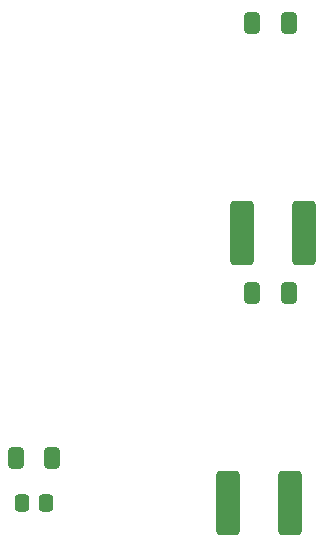
<source format=gbr>
%TF.GenerationSoftware,KiCad,Pcbnew,8.0.1*%
%TF.CreationDate,2024-08-10T06:45:53+02:00*%
%TF.ProjectId,2024-05-23 RC PCB,32303234-2d30-4352-9d32-332052432050,rev?*%
%TF.SameCoordinates,Original*%
%TF.FileFunction,Paste,Top*%
%TF.FilePolarity,Positive*%
%FSLAX46Y46*%
G04 Gerber Fmt 4.6, Leading zero omitted, Abs format (unit mm)*
G04 Created by KiCad (PCBNEW 8.0.1) date 2024-08-10 06:45:53*
%MOMM*%
%LPD*%
G01*
G04 APERTURE LIST*
G04 Aperture macros list*
%AMRoundRect*
0 Rectangle with rounded corners*
0 $1 Rounding radius*
0 $2 $3 $4 $5 $6 $7 $8 $9 X,Y pos of 4 corners*
0 Add a 4 corners polygon primitive as box body*
4,1,4,$2,$3,$4,$5,$6,$7,$8,$9,$2,$3,0*
0 Add four circle primitives for the rounded corners*
1,1,$1+$1,$2,$3*
1,1,$1+$1,$4,$5*
1,1,$1+$1,$6,$7*
1,1,$1+$1,$8,$9*
0 Add four rect primitives between the rounded corners*
20,1,$1+$1,$2,$3,$4,$5,0*
20,1,$1+$1,$4,$5,$6,$7,0*
20,1,$1+$1,$6,$7,$8,$9,0*
20,1,$1+$1,$8,$9,$2,$3,0*%
G04 Aperture macros list end*
%ADD10RoundRect,0.249999X0.737501X2.450001X-0.737501X2.450001X-0.737501X-2.450001X0.737501X-2.450001X0*%
%ADD11RoundRect,0.250000X0.412500X0.650000X-0.412500X0.650000X-0.412500X-0.650000X0.412500X-0.650000X0*%
%ADD12RoundRect,0.250000X0.337500X0.475000X-0.337500X0.475000X-0.337500X-0.475000X0.337500X-0.475000X0*%
G04 APERTURE END LIST*
D10*
%TO.C,C3*%
X141068500Y-81280000D03*
X135793500Y-81280000D03*
%TD*%
D11*
%TO.C,C1*%
X140971000Y-63500000D03*
X137846000Y-63500000D03*
%TD*%
D10*
%TO.C,C4*%
X142239293Y-58420707D03*
X136964293Y-58420707D03*
%TD*%
D11*
%TO.C,C5*%
X120942500Y-77470000D03*
X117817500Y-77470000D03*
%TD*%
D12*
%TO.C,C6*%
X120417500Y-81280000D03*
X118342500Y-81280000D03*
%TD*%
D11*
%TO.C,C2*%
X140971000Y-40640000D03*
X137846000Y-40640000D03*
%TD*%
M02*

</source>
